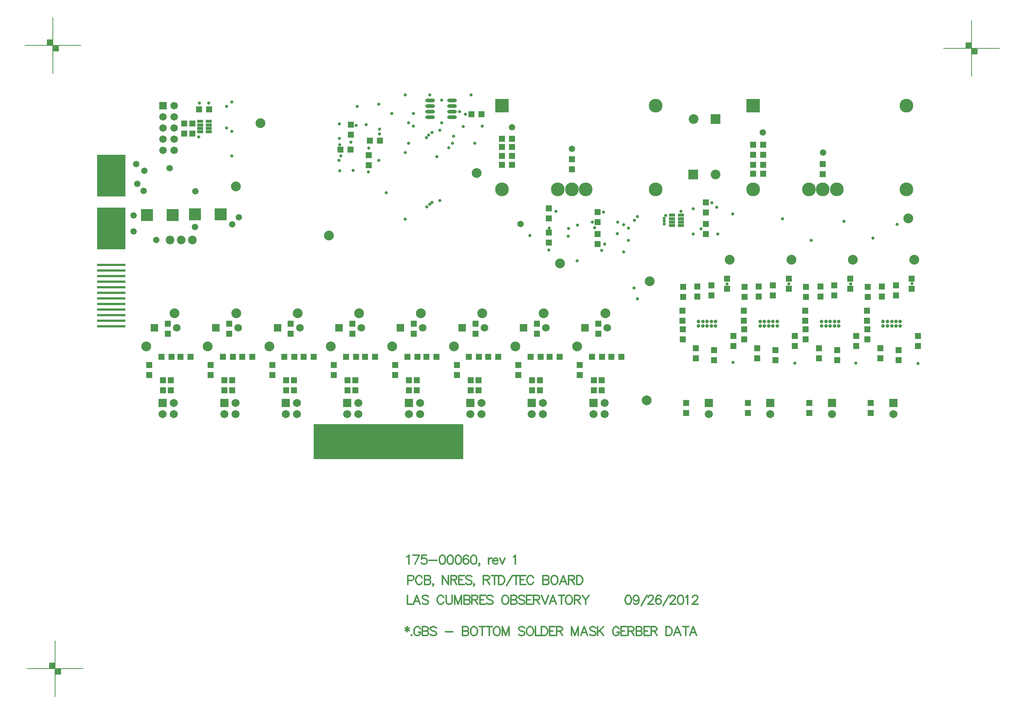
<source format=gbs>
%FSLAX23Y23*%
%MOIN*%
G70*
G01*
G75*
G04 Layer_Color=16711935*
%ADD10O,0.012X0.071*%
%ADD11O,0.071X0.012*%
%ADD12R,0.012X0.065*%
%ADD13R,0.217X0.120*%
%ADD14R,0.065X0.012*%
%ADD15O,0.098X0.028*%
%ADD16R,0.280X0.100*%
%ADD17R,0.036X0.036*%
%ADD18O,0.014X0.067*%
%ADD19R,0.264X0.383*%
%ADD20R,0.264X0.030*%
%ADD21R,0.039X0.059*%
%ADD22R,0.126X0.071*%
%ADD23R,0.100X0.100*%
%ADD24R,0.050X0.050*%
%ADD25R,0.050X0.050*%
%ADD26C,0.050*%
%ADD27C,0.010*%
%ADD28C,0.025*%
%ADD29C,0.012*%
%ADD30C,0.008*%
%ADD31C,0.012*%
%ADD32C,0.012*%
%ADD33C,0.060*%
%ADD34R,0.060X0.060*%
%ADD35C,0.024*%
%ADD36C,0.070*%
%ADD37C,0.115*%
%ADD38R,0.115X0.115*%
%ADD39C,0.080*%
%ADD40C,0.079*%
%ADD41R,0.079X0.079*%
%ADD42C,0.059*%
%ADD43R,0.059X0.059*%
%ADD44C,0.050*%
%ADD45C,0.020*%
%ADD46C,0.040*%
%ADD47C,0.100*%
G04:AMPARAMS|DCode=48|XSize=90mil|YSize=90mil|CornerRadius=0mil|HoleSize=0mil|Usage=FLASHONLY|Rotation=0.000|XOffset=0mil|YOffset=0mil|HoleType=Round|Shape=Relief|Width=10mil|Gap=10mil|Entries=4|*
%AMTHD48*
7,0,0,0.090,0.070,0.010,45*
%
%ADD48THD48*%
G04:AMPARAMS|DCode=49|XSize=100mil|YSize=100mil|CornerRadius=0mil|HoleSize=0mil|Usage=FLASHONLY|Rotation=0.000|XOffset=0mil|YOffset=0mil|HoleType=Round|Shape=Relief|Width=10mil|Gap=10mil|Entries=4|*
%AMTHD49*
7,0,0,0.100,0.080,0.010,45*
%
%ADD49THD49*%
G04:AMPARAMS|DCode=50|XSize=138mil|YSize=138mil|CornerRadius=0mil|HoleSize=0mil|Usage=FLASHONLY|Rotation=0.000|XOffset=0mil|YOffset=0mil|HoleType=Round|Shape=Relief|Width=10mil|Gap=10mil|Entries=4|*
%AMTHD50*
7,0,0,0.138,0.118,0.010,45*
%
%ADD50THD50*%
%ADD51C,0.118*%
G04:AMPARAMS|DCode=52|XSize=112mil|YSize=112mil|CornerRadius=0mil|HoleSize=0mil|Usage=FLASHONLY|Rotation=0.000|XOffset=0mil|YOffset=0mil|HoleType=Round|Shape=Relief|Width=10mil|Gap=10mil|Entries=4|*
%AMTHD52*
7,0,0,0.112,0.092,0.010,45*
%
%ADD52THD52*%
%ADD53C,0.079*%
%ADD54C,0.075*%
%ADD55C,0.087*%
G04:AMPARAMS|DCode=56|XSize=107.244mil|YSize=107.244mil|CornerRadius=0mil|HoleSize=0mil|Usage=FLASHONLY|Rotation=0.000|XOffset=0mil|YOffset=0mil|HoleType=Round|Shape=Relief|Width=10mil|Gap=10mil|Entries=4|*
%AMTHD56*
7,0,0,0.107,0.087,0.010,45*
%
%ADD56THD56*%
%ADD57C,0.092*%
G04:AMPARAMS|DCode=58|XSize=88mil|YSize=88mil|CornerRadius=0mil|HoleSize=0mil|Usage=FLASHONLY|Rotation=0.000|XOffset=0mil|YOffset=0mil|HoleType=Round|Shape=Relief|Width=10mil|Gap=10mil|Entries=4|*
%AMTHD58*
7,0,0,0.088,0.068,0.010,45*
%
%ADD58THD58*%
G04:AMPARAMS|DCode=59|XSize=70mil|YSize=70mil|CornerRadius=0mil|HoleSize=0mil|Usage=FLASHONLY|Rotation=0.000|XOffset=0mil|YOffset=0mil|HoleType=Round|Shape=Relief|Width=10mil|Gap=10mil|Entries=4|*
%AMTHD59*
7,0,0,0.070,0.050,0.010,45*
%
%ADD59THD59*%
%ADD60C,0.068*%
%ADD61C,0.020*%
%ADD62C,0.054*%
G04:AMPARAMS|DCode=63|XSize=95.433mil|YSize=95.433mil|CornerRadius=0mil|HoleSize=0mil|Usage=FLASHONLY|Rotation=0.000|XOffset=0mil|YOffset=0mil|HoleType=Round|Shape=Relief|Width=10mil|Gap=10mil|Entries=4|*
%AMTHD63*
7,0,0,0.095,0.075,0.010,45*
%
%ADD63THD63*%
%ADD64O,0.079X0.024*%
%ADD65R,0.045X0.017*%
%ADD66C,0.006*%
%ADD67C,0.010*%
%ADD68C,0.024*%
%ADD69C,0.008*%
%ADD70C,0.010*%
%ADD71C,0.005*%
%ADD72C,0.007*%
%ADD73C,0.007*%
%ADD74C,0.020*%
%ADD75R,0.222X0.128*%
%ADD76R,0.252X0.371*%
%ADD77R,0.252X0.018*%
%ADD78O,0.020X0.079*%
%ADD79O,0.079X0.020*%
%ADD80R,0.020X0.073*%
%ADD81R,0.225X0.128*%
%ADD82R,0.073X0.020*%
%ADD83O,0.106X0.036*%
%ADD84R,0.288X0.108*%
%ADD85R,0.044X0.044*%
%ADD86O,0.022X0.075*%
%ADD87R,0.257X0.376*%
%ADD88R,0.257X0.023*%
%ADD89R,0.047X0.067*%
%ADD90R,0.134X0.079*%
%ADD91R,0.108X0.108*%
%ADD92R,0.058X0.058*%
%ADD93R,0.058X0.058*%
%ADD94R,0.068X0.068*%
%ADD95C,0.032*%
%ADD96C,0.078*%
%ADD97C,0.123*%
%ADD98R,0.123X0.123*%
%ADD99C,0.088*%
%ADD100C,0.072*%
%ADD101R,0.072X0.072*%
%ADD102C,0.067*%
%ADD103R,0.067X0.067*%
%ADD104R,0.087X0.087*%
%ADD105C,0.087*%
%ADD106C,0.058*%
%ADD107C,0.028*%
%ADD108R,1.344X0.312*%
%ADD109O,0.087X0.032*%
%ADD110R,0.053X0.025*%
D29*
X13557Y8758D02*
Y8712D01*
X13538Y8747D02*
X13576Y8724D01*
Y8747D02*
X13538Y8724D01*
X13596Y8686D02*
X13592Y8682D01*
X13596Y8678D01*
X13600Y8682D01*
X13596Y8686D01*
X13675Y8739D02*
X13671Y8747D01*
X13663Y8754D01*
X13656Y8758D01*
X13640D01*
X13633Y8754D01*
X13625Y8747D01*
X13621Y8739D01*
X13618Y8728D01*
Y8708D01*
X13621Y8697D01*
X13625Y8689D01*
X13633Y8682D01*
X13640Y8678D01*
X13656D01*
X13663Y8682D01*
X13671Y8689D01*
X13675Y8697D01*
Y8708D01*
X13656D02*
X13675D01*
X13693Y8758D02*
Y8678D01*
Y8758D02*
X13727D01*
X13739Y8754D01*
X13743Y8750D01*
X13746Y8743D01*
Y8735D01*
X13743Y8728D01*
X13739Y8724D01*
X13727Y8720D01*
X13693D02*
X13727D01*
X13739Y8716D01*
X13743Y8712D01*
X13746Y8705D01*
Y8693D01*
X13743Y8686D01*
X13739Y8682D01*
X13727Y8678D01*
X13693D01*
X13818Y8747D02*
X13810Y8754D01*
X13799Y8758D01*
X13783D01*
X13772Y8754D01*
X13764Y8747D01*
Y8739D01*
X13768Y8731D01*
X13772Y8728D01*
X13779Y8724D01*
X13802Y8716D01*
X13810Y8712D01*
X13814Y8708D01*
X13818Y8701D01*
Y8689D01*
X13810Y8682D01*
X13799Y8678D01*
X13783D01*
X13772Y8682D01*
X13764Y8689D01*
X13898Y8712D02*
X13967D01*
X14053Y8758D02*
Y8678D01*
Y8758D02*
X14088D01*
X14099Y8754D01*
X14103Y8750D01*
X14107Y8743D01*
Y8735D01*
X14103Y8728D01*
X14099Y8724D01*
X14088Y8720D01*
X14053D02*
X14088D01*
X14099Y8716D01*
X14103Y8712D01*
X14107Y8705D01*
Y8693D01*
X14103Y8686D01*
X14099Y8682D01*
X14088Y8678D01*
X14053D01*
X14147Y8758D02*
X14140Y8754D01*
X14132Y8747D01*
X14128Y8739D01*
X14125Y8728D01*
Y8708D01*
X14128Y8697D01*
X14132Y8689D01*
X14140Y8682D01*
X14147Y8678D01*
X14163D01*
X14170Y8682D01*
X14178Y8689D01*
X14182Y8697D01*
X14185Y8708D01*
Y8728D01*
X14182Y8739D01*
X14178Y8747D01*
X14170Y8754D01*
X14163Y8758D01*
X14147D01*
X14231D02*
Y8678D01*
X14204Y8758D02*
X14257D01*
X14294D02*
Y8678D01*
X14267Y8758D02*
X14320D01*
X14353D02*
X14345Y8754D01*
X14337Y8747D01*
X14334Y8739D01*
X14330Y8728D01*
Y8708D01*
X14334Y8697D01*
X14337Y8689D01*
X14345Y8682D01*
X14353Y8678D01*
X14368D01*
X14376Y8682D01*
X14383Y8689D01*
X14387Y8697D01*
X14391Y8708D01*
Y8728D01*
X14387Y8739D01*
X14383Y8747D01*
X14376Y8754D01*
X14368Y8758D01*
X14353D01*
X14409D02*
Y8678D01*
Y8758D02*
X14440Y8678D01*
X14470Y8758D02*
X14440Y8678D01*
X14470Y8758D02*
Y8678D01*
X14609Y8747D02*
X14602Y8754D01*
X14590Y8758D01*
X14575D01*
X14564Y8754D01*
X14556Y8747D01*
Y8739D01*
X14560Y8731D01*
X14564Y8728D01*
X14571Y8724D01*
X14594Y8716D01*
X14602Y8712D01*
X14606Y8708D01*
X14609Y8701D01*
Y8689D01*
X14602Y8682D01*
X14590Y8678D01*
X14575D01*
X14564Y8682D01*
X14556Y8689D01*
X14650Y8758D02*
X14643Y8754D01*
X14635Y8747D01*
X14631Y8739D01*
X14627Y8728D01*
Y8708D01*
X14631Y8697D01*
X14635Y8689D01*
X14643Y8682D01*
X14650Y8678D01*
X14665D01*
X14673Y8682D01*
X14681Y8689D01*
X14684Y8697D01*
X14688Y8708D01*
Y8728D01*
X14684Y8739D01*
X14681Y8747D01*
X14673Y8754D01*
X14665Y8758D01*
X14650D01*
X14707D02*
Y8678D01*
X14753D01*
X14761Y8758D02*
Y8678D01*
Y8758D02*
X14788D01*
X14799Y8754D01*
X14807Y8747D01*
X14811Y8739D01*
X14815Y8728D01*
Y8708D01*
X14811Y8697D01*
X14807Y8689D01*
X14799Y8682D01*
X14788Y8678D01*
X14761D01*
X14882Y8758D02*
X14833D01*
Y8678D01*
X14882D01*
X14833Y8720D02*
X14863D01*
X14895Y8758D02*
Y8678D01*
Y8758D02*
X14930D01*
X14941Y8754D01*
X14945Y8750D01*
X14949Y8743D01*
Y8735D01*
X14945Y8728D01*
X14941Y8724D01*
X14930Y8720D01*
X14895D01*
X14922D02*
X14949Y8678D01*
X15029Y8758D02*
Y8678D01*
Y8758D02*
X15060Y8678D01*
X15090Y8758D02*
X15060Y8678D01*
X15090Y8758D02*
Y8678D01*
X15174D02*
X15144Y8758D01*
X15113Y8678D01*
X15125Y8705D02*
X15163D01*
X15246Y8747D02*
X15239Y8754D01*
X15227Y8758D01*
X15212D01*
X15201Y8754D01*
X15193Y8747D01*
Y8739D01*
X15197Y8731D01*
X15201Y8728D01*
X15208Y8724D01*
X15231Y8716D01*
X15239Y8712D01*
X15242Y8708D01*
X15246Y8701D01*
Y8689D01*
X15239Y8682D01*
X15227Y8678D01*
X15212D01*
X15201Y8682D01*
X15193Y8689D01*
X15264Y8758D02*
Y8678D01*
X15317Y8758D02*
X15264Y8705D01*
X15283Y8724D02*
X15317Y8678D01*
X15455Y8739D02*
X15451Y8747D01*
X15444Y8754D01*
X15436Y8758D01*
X15421D01*
X15413Y8754D01*
X15406Y8747D01*
X15402Y8739D01*
X15398Y8728D01*
Y8708D01*
X15402Y8697D01*
X15406Y8689D01*
X15413Y8682D01*
X15421Y8678D01*
X15436D01*
X15444Y8682D01*
X15451Y8689D01*
X15455Y8697D01*
Y8708D01*
X15436D02*
X15455D01*
X15523Y8758D02*
X15474D01*
Y8678D01*
X15523D01*
X15474Y8720D02*
X15504D01*
X15536Y8758D02*
Y8678D01*
Y8758D02*
X15571D01*
X15582Y8754D01*
X15586Y8750D01*
X15590Y8743D01*
Y8735D01*
X15586Y8728D01*
X15582Y8724D01*
X15571Y8720D01*
X15536D01*
X15563D02*
X15590Y8678D01*
X15608Y8758D02*
Y8678D01*
Y8758D02*
X15642D01*
X15653Y8754D01*
X15657Y8750D01*
X15661Y8743D01*
Y8735D01*
X15657Y8728D01*
X15653Y8724D01*
X15642Y8720D01*
X15608D02*
X15642D01*
X15653Y8716D01*
X15657Y8712D01*
X15661Y8705D01*
Y8693D01*
X15657Y8686D01*
X15653Y8682D01*
X15642Y8678D01*
X15608D01*
X15728Y8758D02*
X15679D01*
Y8678D01*
X15728D01*
X15679Y8720D02*
X15709D01*
X15742Y8758D02*
Y8678D01*
Y8758D02*
X15776D01*
X15787Y8754D01*
X15791Y8750D01*
X15795Y8743D01*
Y8735D01*
X15791Y8728D01*
X15787Y8724D01*
X15776Y8720D01*
X15742D01*
X15768D02*
X15795Y8678D01*
X15876Y8758D02*
Y8678D01*
Y8758D02*
X15902D01*
X15914Y8754D01*
X15921Y8747D01*
X15925Y8739D01*
X15929Y8728D01*
Y8708D01*
X15925Y8697D01*
X15921Y8689D01*
X15914Y8682D01*
X15902Y8678D01*
X15876D01*
X16008D02*
X15977Y8758D01*
X15947Y8678D01*
X15958Y8705D02*
X15997D01*
X16053Y8758D02*
Y8678D01*
X16027Y8758D02*
X16080D01*
X16150Y8678D02*
X16120Y8758D01*
X16089Y8678D01*
X16101Y8705D02*
X16139D01*
D30*
X10153Y8382D02*
X10653D01*
X10403Y8132D02*
Y8632D01*
X10453Y8332D02*
Y8382D01*
X10403Y8332D02*
X10453D01*
X10353Y8382D02*
Y8432D01*
X10403D01*
X10358Y8387D02*
X10398D01*
X10358D02*
Y8427D01*
X10398D01*
Y8387D02*
Y8427D01*
X10363Y8392D02*
X10393D01*
X10363D02*
Y8422D01*
X10393D01*
Y8397D02*
Y8422D01*
X10368Y8397D02*
X10388D01*
X10368D02*
Y8417D01*
X10388D01*
Y8402D02*
Y8417D01*
X10373Y8402D02*
X10383D01*
X10373D02*
Y8412D01*
X10383D01*
Y8402D02*
Y8412D01*
X10373Y8407D02*
X10383D01*
X10408Y8337D02*
X10448D01*
X10408D02*
Y8377D01*
X10448D01*
Y8337D02*
Y8377D01*
X10413Y8342D02*
X10443D01*
X10413D02*
Y8372D01*
X10443D01*
Y8347D02*
Y8372D01*
X10418Y8347D02*
X10438D01*
X10418D02*
Y8367D01*
X10438D01*
Y8352D02*
Y8367D01*
X10423Y8352D02*
X10433D01*
X10423D02*
Y8362D01*
X10433D01*
Y8352D02*
Y8362D01*
X10423Y8357D02*
X10433D01*
X10132Y13966D02*
X10632D01*
X10382Y13716D02*
Y14216D01*
X10432Y13916D02*
Y13966D01*
X10382Y13916D02*
X10432D01*
X10332Y13966D02*
Y14016D01*
X10382D01*
X10337Y13971D02*
X10377D01*
X10337D02*
Y14011D01*
X10377D01*
Y13971D02*
Y14011D01*
X10342Y13976D02*
X10372D01*
X10342D02*
Y14006D01*
X10372D01*
Y13981D02*
Y14006D01*
X10347Y13981D02*
X10367D01*
X10347D02*
Y14001D01*
X10367D01*
Y13986D02*
Y14001D01*
X10352Y13986D02*
X10362D01*
X10352D02*
Y13996D01*
X10362D01*
Y13986D02*
Y13996D01*
X10352Y13991D02*
X10362D01*
X10387Y13921D02*
X10427D01*
X10387D02*
Y13961D01*
X10427D01*
Y13921D02*
Y13961D01*
X10392Y13926D02*
X10422D01*
X10392D02*
Y13956D01*
X10422D01*
Y13931D02*
Y13956D01*
X10397Y13931D02*
X10417D01*
X10397D02*
Y13951D01*
X10417D01*
Y13936D02*
Y13951D01*
X10402Y13936D02*
X10412D01*
X10402D02*
Y13946D01*
X10412D01*
Y13936D02*
Y13946D01*
X10402Y13941D02*
X10412D01*
X18362Y13938D02*
X18862D01*
X18612Y13688D02*
Y14188D01*
X18662Y13888D02*
Y13938D01*
X18612Y13888D02*
X18662D01*
X18562Y13938D02*
Y13988D01*
X18612D01*
X18567Y13943D02*
X18607D01*
X18567D02*
Y13983D01*
X18607D01*
Y13943D02*
Y13983D01*
X18572Y13948D02*
X18602D01*
X18572D02*
Y13978D01*
X18602D01*
Y13953D02*
Y13978D01*
X18577Y13953D02*
X18597D01*
X18577D02*
Y13973D01*
X18597D01*
Y13958D02*
Y13973D01*
X18582Y13958D02*
X18592D01*
X18582D02*
Y13968D01*
X18592D01*
Y13958D02*
Y13968D01*
X18582Y13963D02*
X18592D01*
X18617Y13893D02*
X18657D01*
X18617D02*
Y13933D01*
X18657D01*
Y13893D02*
Y13933D01*
X18622Y13898D02*
X18652D01*
X18622D02*
Y13928D01*
X18652D01*
Y13903D02*
Y13928D01*
X18627Y13903D02*
X18647D01*
X18627D02*
Y13923D01*
X18647D01*
Y13908D02*
Y13923D01*
X18632Y13908D02*
X18642D01*
X18632D02*
Y13918D01*
X18642D01*
Y13908D02*
Y13918D01*
X18632Y13913D02*
X18642D01*
D31*
X13563Y9174D02*
X13597D01*
X13608Y9178D01*
X13612Y9182D01*
X13616Y9190D01*
Y9201D01*
X13612Y9209D01*
X13608Y9212D01*
X13597Y9216D01*
X13563D01*
Y9136D01*
X13691Y9197D02*
X13687Y9205D01*
X13680Y9212D01*
X13672Y9216D01*
X13657D01*
X13649Y9212D01*
X13642Y9205D01*
X13638Y9197D01*
X13634Y9186D01*
Y9167D01*
X13638Y9155D01*
X13642Y9148D01*
X13649Y9140D01*
X13657Y9136D01*
X13672D01*
X13680Y9140D01*
X13687Y9148D01*
X13691Y9155D01*
X13714Y9216D02*
Y9136D01*
Y9216D02*
X13748D01*
X13759Y9212D01*
X13763Y9209D01*
X13767Y9201D01*
Y9193D01*
X13763Y9186D01*
X13759Y9182D01*
X13748Y9178D01*
X13714D02*
X13748D01*
X13759Y9174D01*
X13763Y9170D01*
X13767Y9163D01*
Y9151D01*
X13763Y9144D01*
X13759Y9140D01*
X13748Y9136D01*
X13714D01*
X13792Y9140D02*
X13789Y9136D01*
X13785Y9140D01*
X13789Y9144D01*
X13792Y9140D01*
Y9132D01*
X13789Y9125D01*
X13785Y9121D01*
X13873Y9216D02*
Y9136D01*
Y9216D02*
X13926Y9136D01*
Y9216D02*
Y9136D01*
X13948Y9216D02*
Y9136D01*
Y9216D02*
X13982D01*
X13994Y9212D01*
X13998Y9209D01*
X14001Y9201D01*
Y9193D01*
X13998Y9186D01*
X13994Y9182D01*
X13982Y9178D01*
X13948D01*
X13975D02*
X14001Y9136D01*
X14069Y9216D02*
X14019D01*
Y9136D01*
X14069D01*
X14019Y9178D02*
X14050D01*
X14136Y9205D02*
X14128Y9212D01*
X14117Y9216D01*
X14101D01*
X14090Y9212D01*
X14082Y9205D01*
Y9197D01*
X14086Y9190D01*
X14090Y9186D01*
X14097Y9182D01*
X14120Y9174D01*
X14128Y9170D01*
X14132Y9167D01*
X14136Y9159D01*
Y9148D01*
X14128Y9140D01*
X14117Y9136D01*
X14101D01*
X14090Y9140D01*
X14082Y9148D01*
X14161Y9140D02*
X14157Y9136D01*
X14153Y9140D01*
X14157Y9144D01*
X14161Y9140D01*
Y9132D01*
X14157Y9125D01*
X14153Y9121D01*
X14241Y9216D02*
Y9136D01*
Y9216D02*
X14276D01*
X14287Y9212D01*
X14291Y9209D01*
X14295Y9201D01*
Y9193D01*
X14291Y9186D01*
X14287Y9182D01*
X14276Y9178D01*
X14241D01*
X14268D02*
X14295Y9136D01*
X14339Y9216D02*
Y9136D01*
X14313Y9216D02*
X14366D01*
X14376D02*
Y9136D01*
Y9216D02*
X14402D01*
X14414Y9212D01*
X14421Y9205D01*
X14425Y9197D01*
X14429Y9186D01*
Y9167D01*
X14425Y9155D01*
X14421Y9148D01*
X14414Y9140D01*
X14402Y9136D01*
X14376D01*
X14447Y9125D02*
X14500Y9216D01*
X14532D02*
Y9136D01*
X14505Y9216D02*
X14559D01*
X14618D02*
X14568D01*
Y9136D01*
X14618D01*
X14568Y9178D02*
X14599D01*
X14688Y9197D02*
X14684Y9205D01*
X14677Y9212D01*
X14669Y9216D01*
X14654D01*
X14646Y9212D01*
X14639Y9205D01*
X14635Y9197D01*
X14631Y9186D01*
Y9167D01*
X14635Y9155D01*
X14639Y9148D01*
X14646Y9140D01*
X14654Y9136D01*
X14669D01*
X14677Y9140D01*
X14684Y9148D01*
X14688Y9155D01*
X14774Y9216D02*
Y9136D01*
Y9216D02*
X14808D01*
X14819Y9212D01*
X14823Y9209D01*
X14827Y9201D01*
Y9193D01*
X14823Y9186D01*
X14819Y9182D01*
X14808Y9178D01*
X14774D02*
X14808D01*
X14819Y9174D01*
X14823Y9170D01*
X14827Y9163D01*
Y9151D01*
X14823Y9144D01*
X14819Y9140D01*
X14808Y9136D01*
X14774D01*
X14868Y9216D02*
X14860Y9212D01*
X14852Y9205D01*
X14849Y9197D01*
X14845Y9186D01*
Y9167D01*
X14849Y9155D01*
X14852Y9148D01*
X14860Y9140D01*
X14868Y9136D01*
X14883D01*
X14890Y9140D01*
X14898Y9148D01*
X14902Y9155D01*
X14906Y9167D01*
Y9186D01*
X14902Y9197D01*
X14898Y9205D01*
X14890Y9212D01*
X14883Y9216D01*
X14868D01*
X14985Y9136D02*
X14955Y9216D01*
X14924Y9136D01*
X14936Y9163D02*
X14974D01*
X15004Y9216D02*
Y9136D01*
Y9216D02*
X15038D01*
X15050Y9212D01*
X15053Y9209D01*
X15057Y9201D01*
Y9193D01*
X15053Y9186D01*
X15050Y9182D01*
X15038Y9178D01*
X15004D01*
X15031D02*
X15057Y9136D01*
X15075Y9216D02*
Y9136D01*
Y9216D02*
X15102D01*
X15113Y9212D01*
X15121Y9205D01*
X15125Y9197D01*
X15128Y9186D01*
Y9167D01*
X15125Y9155D01*
X15121Y9148D01*
X15113Y9140D01*
X15102Y9136D01*
X15075D01*
X13553Y9383D02*
X13560Y9387D01*
X13572Y9398D01*
Y9318D01*
X13665Y9398D02*
X13627Y9318D01*
X13611Y9398D02*
X13665D01*
X13728D02*
X13690D01*
X13686Y9364D01*
X13690Y9368D01*
X13702Y9372D01*
X13713D01*
X13725Y9368D01*
X13732Y9360D01*
X13736Y9349D01*
Y9341D01*
X13732Y9330D01*
X13725Y9322D01*
X13713Y9318D01*
X13702D01*
X13690Y9322D01*
X13686Y9326D01*
X13683Y9333D01*
X13754Y9352D02*
X13822D01*
X13869Y9398D02*
X13857Y9394D01*
X13850Y9383D01*
X13846Y9364D01*
Y9352D01*
X13850Y9333D01*
X13857Y9322D01*
X13869Y9318D01*
X13876D01*
X13888Y9322D01*
X13896Y9333D01*
X13899Y9352D01*
Y9364D01*
X13896Y9383D01*
X13888Y9394D01*
X13876Y9398D01*
X13869D01*
X13940D02*
X13929Y9394D01*
X13921Y9383D01*
X13917Y9364D01*
Y9352D01*
X13921Y9333D01*
X13929Y9322D01*
X13940Y9318D01*
X13948D01*
X13959Y9322D01*
X13967Y9333D01*
X13971Y9352D01*
Y9364D01*
X13967Y9383D01*
X13959Y9394D01*
X13948Y9398D01*
X13940D01*
X14011D02*
X14000Y9394D01*
X13992Y9383D01*
X13988Y9364D01*
Y9352D01*
X13992Y9333D01*
X14000Y9322D01*
X14011Y9318D01*
X14019D01*
X14030Y9322D01*
X14038Y9333D01*
X14042Y9352D01*
Y9364D01*
X14038Y9383D01*
X14030Y9394D01*
X14019Y9398D01*
X14011D01*
X14105Y9387D02*
X14102Y9394D01*
X14090Y9398D01*
X14083D01*
X14071Y9394D01*
X14063Y9383D01*
X14060Y9364D01*
Y9345D01*
X14063Y9330D01*
X14071Y9322D01*
X14083Y9318D01*
X14086D01*
X14098Y9322D01*
X14105Y9330D01*
X14109Y9341D01*
Y9345D01*
X14105Y9356D01*
X14098Y9364D01*
X14086Y9368D01*
X14083D01*
X14071Y9364D01*
X14063Y9356D01*
X14060Y9345D01*
X14150Y9398D02*
X14138Y9394D01*
X14131Y9383D01*
X14127Y9364D01*
Y9352D01*
X14131Y9333D01*
X14138Y9322D01*
X14150Y9318D01*
X14157D01*
X14169Y9322D01*
X14176Y9333D01*
X14180Y9352D01*
Y9364D01*
X14176Y9383D01*
X14169Y9394D01*
X14157Y9398D01*
X14150D01*
X14206Y9322D02*
X14202Y9318D01*
X14198Y9322D01*
X14202Y9326D01*
X14206Y9322D01*
Y9314D01*
X14202Y9307D01*
X14198Y9303D01*
X14286Y9372D02*
Y9318D01*
Y9349D02*
X14290Y9360D01*
X14297Y9368D01*
X14305Y9372D01*
X14316D01*
X14324Y9349D02*
X14369D01*
Y9356D01*
X14366Y9364D01*
X14362Y9368D01*
X14354Y9372D01*
X14343D01*
X14335Y9368D01*
X14327Y9360D01*
X14324Y9349D01*
Y9341D01*
X14327Y9330D01*
X14335Y9322D01*
X14343Y9318D01*
X14354D01*
X14362Y9322D01*
X14369Y9330D01*
X14386Y9372D02*
X14409Y9318D01*
X14432Y9372D02*
X14409Y9318D01*
X14508Y9383D02*
X14516Y9387D01*
X14527Y9398D01*
Y9318D01*
D32*
X13559Y9039D02*
Y8959D01*
X13605D01*
X13674D02*
X13644Y9039D01*
X13613Y8959D01*
X13625Y8985D02*
X13663D01*
X13746Y9027D02*
X13739Y9035D01*
X13727Y9039D01*
X13712D01*
X13701Y9035D01*
X13693Y9027D01*
Y9020D01*
X13697Y9012D01*
X13701Y9008D01*
X13708Y9004D01*
X13731Y8997D01*
X13739Y8993D01*
X13743Y8989D01*
X13746Y8981D01*
Y8970D01*
X13739Y8962D01*
X13727Y8959D01*
X13712D01*
X13701Y8962D01*
X13693Y8970D01*
X13884Y9020D02*
X13880Y9027D01*
X13873Y9035D01*
X13865Y9039D01*
X13850D01*
X13842Y9035D01*
X13835Y9027D01*
X13831Y9020D01*
X13827Y9008D01*
Y8989D01*
X13831Y8978D01*
X13835Y8970D01*
X13842Y8962D01*
X13850Y8959D01*
X13865D01*
X13873Y8962D01*
X13880Y8970D01*
X13884Y8978D01*
X13907Y9039D02*
Y8981D01*
X13911Y8970D01*
X13918Y8962D01*
X13930Y8959D01*
X13937D01*
X13949Y8962D01*
X13956Y8970D01*
X13960Y8981D01*
Y9039D01*
X13982D02*
Y8959D01*
Y9039D02*
X14013Y8959D01*
X14043Y9039D02*
X14013Y8959D01*
X14043Y9039D02*
Y8959D01*
X14066Y9039D02*
Y8959D01*
Y9039D02*
X14100D01*
X14112Y9035D01*
X14115Y9031D01*
X14119Y9023D01*
Y9016D01*
X14115Y9008D01*
X14112Y9004D01*
X14100Y9000D01*
X14066D02*
X14100D01*
X14112Y8997D01*
X14115Y8993D01*
X14119Y8985D01*
Y8974D01*
X14115Y8966D01*
X14112Y8962D01*
X14100Y8959D01*
X14066D01*
X14137Y9039D02*
Y8959D01*
Y9039D02*
X14171D01*
X14183Y9035D01*
X14187Y9031D01*
X14191Y9023D01*
Y9016D01*
X14187Y9008D01*
X14183Y9004D01*
X14171Y9000D01*
X14137D01*
X14164D02*
X14191Y8959D01*
X14258Y9039D02*
X14208D01*
Y8959D01*
X14258D01*
X14208Y9000D02*
X14239D01*
X14325Y9027D02*
X14317Y9035D01*
X14306Y9039D01*
X14290D01*
X14279Y9035D01*
X14271Y9027D01*
Y9020D01*
X14275Y9012D01*
X14279Y9008D01*
X14286Y9004D01*
X14309Y8997D01*
X14317Y8993D01*
X14321Y8989D01*
X14325Y8981D01*
Y8970D01*
X14317Y8962D01*
X14306Y8959D01*
X14290D01*
X14279Y8962D01*
X14271Y8970D01*
X14428Y9039D02*
X14421Y9035D01*
X14413Y9027D01*
X14409Y9020D01*
X14405Y9008D01*
Y8989D01*
X14409Y8978D01*
X14413Y8970D01*
X14421Y8962D01*
X14428Y8959D01*
X14443D01*
X14451Y8962D01*
X14459Y8970D01*
X14462Y8978D01*
X14466Y8989D01*
Y9008D01*
X14462Y9020D01*
X14459Y9027D01*
X14451Y9035D01*
X14443Y9039D01*
X14428D01*
X14485D02*
Y8959D01*
Y9039D02*
X14519D01*
X14531Y9035D01*
X14534Y9031D01*
X14538Y9023D01*
Y9016D01*
X14534Y9008D01*
X14531Y9004D01*
X14519Y9000D01*
X14485D02*
X14519D01*
X14531Y8997D01*
X14534Y8993D01*
X14538Y8985D01*
Y8974D01*
X14534Y8966D01*
X14531Y8962D01*
X14519Y8959D01*
X14485D01*
X14609Y9027D02*
X14602Y9035D01*
X14590Y9039D01*
X14575D01*
X14564Y9035D01*
X14556Y9027D01*
Y9020D01*
X14560Y9012D01*
X14564Y9008D01*
X14571Y9004D01*
X14594Y8997D01*
X14602Y8993D01*
X14606Y8989D01*
X14609Y8981D01*
Y8970D01*
X14602Y8962D01*
X14590Y8959D01*
X14575D01*
X14564Y8962D01*
X14556Y8970D01*
X14677Y9039D02*
X14627D01*
Y8959D01*
X14677D01*
X14627Y9000D02*
X14658D01*
X14690Y9039D02*
Y8959D01*
Y9039D02*
X14724D01*
X14736Y9035D01*
X14740Y9031D01*
X14744Y9023D01*
Y9016D01*
X14740Y9008D01*
X14736Y9004D01*
X14724Y9000D01*
X14690D01*
X14717D02*
X14744Y8959D01*
X14761Y9039D02*
X14792Y8959D01*
X14822Y9039D02*
X14792Y8959D01*
X14894D02*
X14863Y9039D01*
X14833Y8959D01*
X14844Y8985D02*
X14882D01*
X14939Y9039D02*
Y8959D01*
X14912Y9039D02*
X14966D01*
X14998D02*
X14990Y9035D01*
X14983Y9027D01*
X14979Y9020D01*
X14975Y9008D01*
Y8989D01*
X14979Y8978D01*
X14983Y8970D01*
X14990Y8962D01*
X14998Y8959D01*
X15013D01*
X15021Y8962D01*
X15028Y8970D01*
X15032Y8978D01*
X15036Y8989D01*
Y9008D01*
X15032Y9020D01*
X15028Y9027D01*
X15021Y9035D01*
X15013Y9039D01*
X14998D01*
X15055D02*
Y8959D01*
Y9039D02*
X15089D01*
X15100Y9035D01*
X15104Y9031D01*
X15108Y9023D01*
Y9016D01*
X15104Y9008D01*
X15100Y9004D01*
X15089Y9000D01*
X15055D01*
X15081D02*
X15108Y8959D01*
X15126Y9039D02*
X15156Y9000D01*
Y8959D01*
X15187Y9039D02*
X15156Y9000D01*
X15534Y9039D02*
X15523Y9035D01*
X15515Y9023D01*
X15511Y9004D01*
Y8993D01*
X15515Y8974D01*
X15523Y8962D01*
X15534Y8959D01*
X15542D01*
X15553Y8962D01*
X15561Y8974D01*
X15565Y8993D01*
Y9004D01*
X15561Y9023D01*
X15553Y9035D01*
X15542Y9039D01*
X15534D01*
X15632Y9012D02*
X15628Y9000D01*
X15621Y8993D01*
X15609Y8989D01*
X15605D01*
X15594Y8993D01*
X15586Y9000D01*
X15583Y9012D01*
Y9016D01*
X15586Y9027D01*
X15594Y9035D01*
X15605Y9039D01*
X15609D01*
X15621Y9035D01*
X15628Y9027D01*
X15632Y9012D01*
Y8993D01*
X15628Y8974D01*
X15621Y8962D01*
X15609Y8959D01*
X15602D01*
X15590Y8962D01*
X15586Y8970D01*
X15654Y8947D02*
X15707Y9039D01*
X15716Y9020D02*
Y9023D01*
X15720Y9031D01*
X15724Y9035D01*
X15732Y9039D01*
X15747D01*
X15754Y9035D01*
X15758Y9031D01*
X15762Y9023D01*
Y9016D01*
X15758Y9008D01*
X15751Y8997D01*
X15712Y8959D01*
X15766D01*
X15829Y9027D02*
X15826Y9035D01*
X15814Y9039D01*
X15807D01*
X15795Y9035D01*
X15788Y9023D01*
X15784Y9004D01*
Y8985D01*
X15788Y8970D01*
X15795Y8962D01*
X15807Y8959D01*
X15810D01*
X15822Y8962D01*
X15829Y8970D01*
X15833Y8981D01*
Y8985D01*
X15829Y8997D01*
X15822Y9004D01*
X15810Y9008D01*
X15807D01*
X15795Y9004D01*
X15788Y8997D01*
X15784Y8985D01*
X15851Y8947D02*
X15904Y9039D01*
X15913Y9020D02*
Y9023D01*
X15917Y9031D01*
X15921Y9035D01*
X15928Y9039D01*
X15944D01*
X15951Y9035D01*
X15955Y9031D01*
X15959Y9023D01*
Y9016D01*
X15955Y9008D01*
X15947Y8997D01*
X15909Y8959D01*
X15963D01*
X16003Y9039D02*
X15992Y9035D01*
X15984Y9023D01*
X15981Y9004D01*
Y8993D01*
X15984Y8974D01*
X15992Y8962D01*
X16003Y8959D01*
X16011D01*
X16023Y8962D01*
X16030Y8974D01*
X16034Y8993D01*
Y9004D01*
X16030Y9023D01*
X16023Y9035D01*
X16011Y9039D01*
X16003D01*
X16052Y9023D02*
X16059Y9027D01*
X16071Y9039D01*
Y8959D01*
X16114Y9020D02*
Y9023D01*
X16118Y9031D01*
X16122Y9035D01*
X16130Y9039D01*
X16145D01*
X16152Y9035D01*
X16156Y9031D01*
X16160Y9023D01*
Y9016D01*
X16156Y9008D01*
X16149Y8997D01*
X16110Y8959D01*
X16164D01*
D60*
X15351Y11437D02*
D03*
X11493D02*
D03*
X12044D02*
D03*
X12595D02*
D03*
X13146D02*
D03*
X13697D02*
D03*
X14249D02*
D03*
X14800D02*
D03*
D87*
X10907Y12798D02*
D03*
Y12325D02*
D03*
D88*
Y12000D02*
D03*
Y11950D02*
D03*
Y11900D02*
D03*
Y11850D02*
D03*
Y11800D02*
D03*
Y11750D02*
D03*
Y11700D02*
D03*
Y11650D02*
D03*
Y11600D02*
D03*
Y11550D02*
D03*
Y11500D02*
D03*
Y11450D02*
D03*
D91*
X11457Y12447D02*
D03*
X11227D02*
D03*
X11656Y12452D02*
D03*
X11886D02*
D03*
D92*
X17675Y11500D02*
D03*
Y11590D02*
D03*
X13053Y13255D02*
D03*
Y13165D02*
D03*
X11634Y13266D02*
D03*
Y13176D02*
D03*
X11558Y13267D02*
D03*
Y13177D02*
D03*
X13213Y12891D02*
D03*
Y12981D02*
D03*
X16232Y12366D02*
D03*
Y12276D02*
D03*
X16232Y12468D02*
D03*
Y12558D02*
D03*
X15263Y12473D02*
D03*
Y12383D02*
D03*
X11412Y11474D02*
D03*
Y11384D02*
D03*
X11963Y11474D02*
D03*
Y11384D02*
D03*
X12514Y11474D02*
D03*
Y11384D02*
D03*
X13065Y11474D02*
D03*
Y11384D02*
D03*
X13616Y11474D02*
D03*
Y11384D02*
D03*
X14168Y11474D02*
D03*
Y11384D02*
D03*
X14719Y11474D02*
D03*
Y11384D02*
D03*
X15270Y11474D02*
D03*
Y11384D02*
D03*
X16424Y11876D02*
D03*
Y11786D02*
D03*
X16975Y11876D02*
D03*
Y11786D02*
D03*
X17526Y11876D02*
D03*
Y11786D02*
D03*
X18077Y11876D02*
D03*
Y11786D02*
D03*
X16282Y11815D02*
D03*
Y11725D02*
D03*
X16833Y11815D02*
D03*
Y11725D02*
D03*
X17384Y11815D02*
D03*
Y11725D02*
D03*
X17935Y11815D02*
D03*
Y11725D02*
D03*
X16143Y11164D02*
D03*
Y11254D02*
D03*
X16694Y11164D02*
D03*
Y11254D02*
D03*
X17245Y11164D02*
D03*
Y11254D02*
D03*
X17796Y11164D02*
D03*
Y11254D02*
D03*
X16306Y11147D02*
D03*
Y11237D02*
D03*
X16857Y11147D02*
D03*
Y11237D02*
D03*
X17408Y11147D02*
D03*
Y11237D02*
D03*
X17959Y11147D02*
D03*
Y11237D02*
D03*
X16479Y11364D02*
D03*
Y11274D02*
D03*
X17030Y11364D02*
D03*
Y11274D02*
D03*
X17581Y11364D02*
D03*
Y11274D02*
D03*
X18132Y11364D02*
D03*
Y11274D02*
D03*
X16029Y11803D02*
D03*
Y11713D02*
D03*
X16580Y11803D02*
D03*
Y11713D02*
D03*
X17131Y11803D02*
D03*
Y11713D02*
D03*
X17682Y11803D02*
D03*
Y11713D02*
D03*
X16057Y10763D02*
D03*
Y10673D02*
D03*
X16608Y10763D02*
D03*
Y10673D02*
D03*
X17159Y10763D02*
D03*
Y10673D02*
D03*
X17710Y10763D02*
D03*
Y10673D02*
D03*
X16156Y11807D02*
D03*
Y11717D02*
D03*
X16707Y11807D02*
D03*
Y11717D02*
D03*
X17258Y11807D02*
D03*
Y11717D02*
D03*
X17809Y11807D02*
D03*
Y11717D02*
D03*
X14827Y12416D02*
D03*
Y12506D02*
D03*
X14827Y12289D02*
D03*
Y12199D02*
D03*
X15264Y12277D02*
D03*
Y12187D02*
D03*
X15032Y12946D02*
D03*
Y12856D02*
D03*
X17281Y12904D02*
D03*
Y12814D02*
D03*
X11246Y11011D02*
D03*
Y11101D02*
D03*
X11797Y11011D02*
D03*
Y11101D02*
D03*
X12348Y11011D02*
D03*
Y11101D02*
D03*
X12899Y11011D02*
D03*
Y11101D02*
D03*
X13450Y11011D02*
D03*
Y11101D02*
D03*
X14002Y11011D02*
D03*
Y11101D02*
D03*
X14553Y11011D02*
D03*
Y11101D02*
D03*
X15104Y11011D02*
D03*
Y11101D02*
D03*
X11370Y10875D02*
D03*
Y10965D02*
D03*
X11921Y10875D02*
D03*
Y10965D02*
D03*
X12472Y10875D02*
D03*
Y10965D02*
D03*
X13023Y10875D02*
D03*
Y10965D02*
D03*
X13574Y10875D02*
D03*
Y10965D02*
D03*
X14126Y10875D02*
D03*
Y10965D02*
D03*
X14677Y10875D02*
D03*
Y10965D02*
D03*
X15228Y10875D02*
D03*
Y10965D02*
D03*
X11440Y10875D02*
D03*
Y10965D02*
D03*
X11991Y10875D02*
D03*
Y10965D02*
D03*
X12542Y10875D02*
D03*
Y10965D02*
D03*
X13093Y10875D02*
D03*
Y10965D02*
D03*
X13644Y10875D02*
D03*
Y10965D02*
D03*
X14196Y10875D02*
D03*
Y10965D02*
D03*
X14747Y10875D02*
D03*
Y10965D02*
D03*
X15298Y10875D02*
D03*
Y10965D02*
D03*
X16025Y11422D02*
D03*
Y11332D02*
D03*
X16576Y11422D02*
D03*
Y11332D02*
D03*
X17127Y11422D02*
D03*
Y11332D02*
D03*
X17678Y11422D02*
D03*
Y11332D02*
D03*
X16022Y11500D02*
D03*
Y11590D02*
D03*
X16573Y11500D02*
D03*
Y11590D02*
D03*
X17124Y11500D02*
D03*
Y11590D02*
D03*
D93*
X12959Y13034D02*
D03*
X13049D02*
D03*
X13313Y13111D02*
D03*
X13223D02*
D03*
X14134Y13349D02*
D03*
X14224D02*
D03*
X14497Y13129D02*
D03*
X14407D02*
D03*
X14497Y12896D02*
D03*
X14407D02*
D03*
X14497Y12976D02*
D03*
X14407D02*
D03*
X14497Y13056D02*
D03*
X14407D02*
D03*
X16747Y12816D02*
D03*
X16657D02*
D03*
X16747Y12896D02*
D03*
X16657D02*
D03*
X16747Y12986D02*
D03*
X16657D02*
D03*
X16747Y13076D02*
D03*
X16657D02*
D03*
X11617Y11176D02*
D03*
X11527D02*
D03*
X12168D02*
D03*
X12078D02*
D03*
X12719D02*
D03*
X12629D02*
D03*
X13270D02*
D03*
X13180D02*
D03*
X13821D02*
D03*
X13731D02*
D03*
X14373D02*
D03*
X14283D02*
D03*
X14924D02*
D03*
X14834D02*
D03*
X15475D02*
D03*
X15385D02*
D03*
X11445Y11175D02*
D03*
X11355D02*
D03*
X11996D02*
D03*
X11906D02*
D03*
X12547D02*
D03*
X12457D02*
D03*
X13098D02*
D03*
X13008D02*
D03*
X13649D02*
D03*
X13559D02*
D03*
X14201D02*
D03*
X14111D02*
D03*
X14752D02*
D03*
X14662D02*
D03*
X15303D02*
D03*
X15213D02*
D03*
X11693Y13394D02*
D03*
X11783D02*
D03*
D94*
X15151Y11437D02*
D03*
X11293D02*
D03*
X11844D02*
D03*
X12395D02*
D03*
X12946D02*
D03*
X13497D02*
D03*
X14049D02*
D03*
X14600D02*
D03*
D95*
X17974Y11453D02*
D03*
X17936D02*
D03*
X17898D02*
D03*
X17859D02*
D03*
X17974Y11494D02*
D03*
X17936D02*
D03*
X17898D02*
D03*
X17859D02*
D03*
X17821D02*
D03*
Y11453D02*
D03*
X16321D02*
D03*
X16282D02*
D03*
X16244D02*
D03*
X16206D02*
D03*
X16321Y11494D02*
D03*
X16282D02*
D03*
X16244D02*
D03*
X16206D02*
D03*
X16167D02*
D03*
Y11453D02*
D03*
X16872Y11453D02*
D03*
X16834D02*
D03*
X16795D02*
D03*
X16757D02*
D03*
X16872Y11494D02*
D03*
X16834D02*
D03*
X16795D02*
D03*
X16757D02*
D03*
X16719D02*
D03*
Y11453D02*
D03*
X17423D02*
D03*
X17385D02*
D03*
X17346D02*
D03*
X17308D02*
D03*
X17423Y11494D02*
D03*
X17385D02*
D03*
X17346D02*
D03*
X17308D02*
D03*
X17270D02*
D03*
Y11453D02*
D03*
D96*
X11632Y12224D02*
D03*
X11532D02*
D03*
X11432D02*
D03*
D97*
X18031Y13425D02*
D03*
Y12675D02*
D03*
X17406D02*
D03*
X17281D02*
D03*
X17156D02*
D03*
X16656D02*
D03*
X15782Y13427D02*
D03*
Y12677D02*
D03*
X15157D02*
D03*
X15032D02*
D03*
X14907D02*
D03*
X14407D02*
D03*
D98*
X16656Y13425D02*
D03*
X14407Y13427D02*
D03*
D99*
X12856Y12261D02*
D03*
X12244Y13269D02*
D03*
X14181Y12824D02*
D03*
X18045Y12415D02*
D03*
X16447Y12045D02*
D03*
X16998D02*
D03*
X17549D02*
D03*
X18100D02*
D03*
X11220Y11270D02*
D03*
X11771D02*
D03*
X12322D02*
D03*
X12873D02*
D03*
X13424D02*
D03*
X13976D02*
D03*
X14527D02*
D03*
X15078D02*
D03*
X11474Y11565D02*
D03*
X12025D02*
D03*
X12576D02*
D03*
X13127D02*
D03*
X13678D02*
D03*
X14230D02*
D03*
X14781D02*
D03*
X15332D02*
D03*
X12023Y12703D02*
D03*
X14925Y12014D02*
D03*
X15731Y11854D02*
D03*
X15704Y10787D02*
D03*
D100*
X15326Y10761D02*
D03*
Y10661D02*
D03*
X15226D02*
D03*
X17913Y10661D02*
D03*
X11367Y10661D02*
D03*
X11467D02*
D03*
Y10761D02*
D03*
X12019D02*
D03*
Y10661D02*
D03*
X11919D02*
D03*
X12470D02*
D03*
X12570D02*
D03*
Y10761D02*
D03*
X13121D02*
D03*
Y10661D02*
D03*
X13021D02*
D03*
X13572D02*
D03*
X13672D02*
D03*
Y10761D02*
D03*
X14223D02*
D03*
Y10661D02*
D03*
X14123D02*
D03*
X14674D02*
D03*
X14774D02*
D03*
Y10761D02*
D03*
X16260Y10661D02*
D03*
X16811D02*
D03*
X17362D02*
D03*
D101*
X15226Y10761D02*
D03*
X17913Y10761D02*
D03*
X11367Y10761D02*
D03*
X11919D02*
D03*
X12470D02*
D03*
X13021D02*
D03*
X13572D02*
D03*
X14123D02*
D03*
X14674D02*
D03*
X16260D02*
D03*
X16811D02*
D03*
X17362D02*
D03*
D102*
X11469Y13027D02*
D03*
X11369D02*
D03*
X11469Y13127D02*
D03*
X11369D02*
D03*
X11469Y13227D02*
D03*
X11369D02*
D03*
X11469Y13327D02*
D03*
X11369D02*
D03*
X11469Y13427D02*
D03*
D103*
X11369D02*
D03*
D104*
X16319Y13307D02*
D03*
X16121Y12809D02*
D03*
D105*
X16122Y13307D02*
D03*
X16318Y12809D02*
D03*
D106*
X17282Y13006D02*
D03*
X16742Y13186D02*
D03*
X15032Y13039D02*
D03*
X14495Y13232D02*
D03*
X11130Y12901D02*
D03*
X11139Y12727D02*
D03*
X11202Y12844D02*
D03*
X11197Y12663D02*
D03*
X11106Y12444D02*
D03*
X11107Y12300D02*
D03*
X11428Y12867D02*
D03*
X11658Y12660D02*
D03*
X11656Y12338D02*
D03*
X12050Y12427D02*
D03*
X14572Y12365D02*
D03*
X11988Y12364D02*
D03*
X11308Y12224D02*
D03*
D107*
X15316Y12473D02*
D03*
X15443Y12383D02*
D03*
X13211Y12831D02*
D03*
X13302Y12936D02*
D03*
X13308Y13173D02*
D03*
X12963Y12976D02*
D03*
X13101Y13250D02*
D03*
X13303Y13439D02*
D03*
X12951Y13134D02*
D03*
X13052Y13100D02*
D03*
X13212Y13046D02*
D03*
X13191Y13257D02*
D03*
X12948Y13263D02*
D03*
X12952Y13077D02*
D03*
X12947Y12935D02*
D03*
X13309Y13217D02*
D03*
X13073Y12845D02*
D03*
X13368Y12645D02*
D03*
X12954Y12843D02*
D03*
X13538Y12410D02*
D03*
X13540Y13006D02*
D03*
X15874Y12442D02*
D03*
X15858Y12391D02*
D03*
Y12365D02*
D03*
Y12417D02*
D03*
X13732Y12519D02*
D03*
X13731Y13140D02*
D03*
X13751Y13163D02*
D03*
X13758Y12541D02*
D03*
X13780Y12559D02*
D03*
X13781Y13187D02*
D03*
X13850Y12575D02*
D03*
X13849Y13207D02*
D03*
X15078Y12037D02*
D03*
X15084Y12356D02*
D03*
X15495Y12117D02*
D03*
X15496Y12360D02*
D03*
X15237Y12332D02*
D03*
X15326Y12186D02*
D03*
X17177Y12218D02*
D03*
X15540Y12330D02*
D03*
X15539Y12219D02*
D03*
X17729Y12238D02*
D03*
X16474Y12457D02*
D03*
X16919Y12412D02*
D03*
X17471Y12389D02*
D03*
X17947Y12362D02*
D03*
X18079Y11831D02*
D03*
X17528Y11830D02*
D03*
X16976Y11828D02*
D03*
X16424Y11829D02*
D03*
X16121Y12503D02*
D03*
X16340Y12277D02*
D03*
X16120Y12276D02*
D03*
X16190Y12321D02*
D03*
X16285Y12557D02*
D03*
X16331Y12516D02*
D03*
X16008Y12479D02*
D03*
X13759Y13522D02*
D03*
X13539Y13521D02*
D03*
X13866Y13475D02*
D03*
X13867Y13272D02*
D03*
X14081Y13350D02*
D03*
X14228Y13241D02*
D03*
X13972Y13153D02*
D03*
X13928Y13049D02*
D03*
X13613Y13244D02*
D03*
X13614Y13355D02*
D03*
X13419D02*
D03*
X14025Y13373D02*
D03*
X14131Y13524D02*
D03*
X14059Y13240D02*
D03*
X13823Y12968D02*
D03*
X13569Y13271D02*
D03*
X13568Y13089D02*
D03*
X13962Y13090D02*
D03*
X14164D02*
D03*
X13108Y13420D02*
D03*
X11941D02*
D03*
Y13225D02*
D03*
X11987Y13459D02*
D03*
X11986Y13197D02*
D03*
X11987Y12977D02*
D03*
X11781Y13448D02*
D03*
X11697Y13449D02*
D03*
X11690Y13146D02*
D03*
X15620Y11696D02*
D03*
Y12432D02*
D03*
X15591Y11792D02*
D03*
X15593Y12400D02*
D03*
X15001Y12257D02*
D03*
X15002Y12326D02*
D03*
X14828Y12330D02*
D03*
X15215Y12381D02*
D03*
X15298Y12129D02*
D03*
X14827Y12132D02*
D03*
X14655Y12261D02*
D03*
X14888Y12480D02*
D03*
X15440Y12279D02*
D03*
X18132Y11116D02*
D03*
X17577Y11118D02*
D03*
X17029Y11119D02*
D03*
X16475Y11126D02*
D03*
D108*
X13390Y10415D02*
D03*
D109*
X13959Y13472D02*
D03*
Y13422D02*
D03*
Y13372D02*
D03*
Y13322D02*
D03*
X13762Y13472D02*
D03*
Y13422D02*
D03*
Y13372D02*
D03*
Y13322D02*
D03*
D110*
X11781Y13286D02*
D03*
Y13254D02*
D03*
Y13223D02*
D03*
Y13191D02*
D03*
X11704D02*
D03*
Y13223D02*
D03*
Y13254D02*
D03*
Y13286D02*
D03*
X16008Y12445D02*
D03*
Y12414D02*
D03*
Y12382D02*
D03*
Y12351D02*
D03*
X15931D02*
D03*
Y12382D02*
D03*
Y12414D02*
D03*
Y12445D02*
D03*
M02*

</source>
